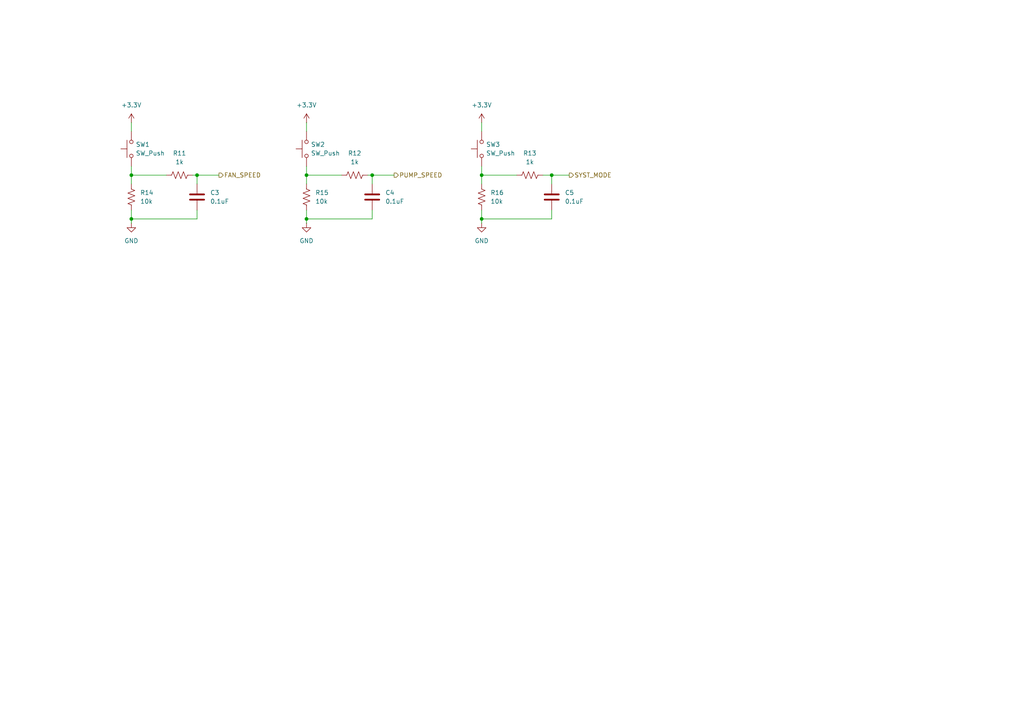
<source format=kicad_sch>
(kicad_sch (version 20231120) (generator "eeschema") (generator_version "8.0")
  (paper "A4")
  (lib_symbols
    (symbol "Device:C" (pin_numbers hide) (pin_names (offset 0.254))
      (property "Reference" "C" (at 0.635 2.54 0))
      (property "Value" "C" (at 0.635 -2.54 0))
      (symbol "C_0_1"
        (polyline (pts (xy -2.032 -0.762) (xy 2.032 -0.762)) (stroke (width 0.508)))
        (polyline (pts (xy -2.032 0.762) (xy 2.032 0.762)) (stroke (width 0.508)))
      )
      (symbol "C_1_1"
        (pin passive line (at 0 3.81 270) (length 2.794) (name "~") (number "1"))
        (pin passive line (at 0 -3.81 90) (length 2.794) (name "~") (number "2"))
      )
    )
    (symbol "Device:R_US" (pin_numbers hide) (pin_names (offset 0))
      (property "Reference" "R" (at 2.54 0 90))
      (property "Value" "R_US" (at -2.54 0 90))
      (symbol "R_US_0_1"
        (polyline (pts (xy 0 -2.286) (xy 0 -2.54)))
        (polyline (pts (xy 0 2.286) (xy 0 2.54)))
        (polyline (pts (xy 0 -0.762) (xy 1.016 -1.143) (xy 0 -1.524) (xy -1.016 -1.905) (xy 0 -2.286)))
        (polyline (pts (xy 0 0.762) (xy 1.016 0.381) (xy 0 0) (xy -1.016 -0.381) (xy 0 -0.762)))
        (polyline (pts (xy 0 2.286) (xy 1.016 1.905) (xy 0 1.524) (xy -1.016 1.143) (xy 0 0.762)))
      )
      (symbol "R_US_1_1"
        (pin passive line (at 0 3.81 270) (length 1.27) (name "~") (number "1"))
        (pin passive line (at 0 -3.81 90) (length 1.27) (name "~") (number "2"))
      )
    )
    (symbol "Switch:SW_Push" (pin_numbers hide) (pin_names (offset 1.016) hide)
      (property "Reference" "SW" (at 1.27 2.54 0))
      (property "Value" "SW_Push" (at 0 -1.524 0))
      (symbol "SW_Push_0_1"
        (circle (center -2.032 0) (radius 0.508))
        (polyline (pts (xy 0 1.27) (xy 0 3.048)))
        (polyline (pts (xy 2.54 1.27) (xy -2.54 1.27)))
        (circle (center 2.032 0) (radius 0.508))
        (pin passive line (at -5.08 0 0) (length 2.54) (name "1") (number "1"))
        (pin passive line (at 5.08 0 180) (length 2.54) (name "2") (number "2"))
      )
    )
    (symbol "power:GND" (power) (pin_numbers hide) (pin_names (offset 0) hide)
      (property "Value" "GND" (at 0 -3.81 0))
      (symbol "GND_0_1"
        (polyline (pts (xy 0 0) (xy 0 -1.27) (xy 1.27 -1.27) (xy 0 -2.54) (xy -1.27 -1.27) (xy 0 -1.27)))
      )
      (symbol "GND_1_1"
        (pin power_in line (at 0 0 270) (length 0) (name "~") (number "1"))
      )
    )
    (symbol "power:VDD" (power) (pin_numbers hide) (pin_names (offset 0) hide)
      (property "Value" "VDD" (at 0 3.556 0))
      (symbol "VDD_0_1"
        (polyline (pts (xy -0.762 1.27) (xy 0 2.54)))
        (polyline (pts (xy 0 0) (xy 0 2.54)))
        (polyline (pts (xy 0 2.54) (xy 0.762 1.27)))
      )
      (symbol "VDD_1_1"
        (pin power_in line (at 0 0 90) (length 0) (name "~") (number "1"))
      )
    )
  )
  (junction (at 57.15 50.8))
  (junction (at 38.1 50.8))
  (junction (at 160.02 50.8))
  (junction (at 107.95 50.8))
  (junction (at 139.7 50.8))
  (junction (at 139.7 63.5))
  (junction (at 88.9 63.5))
  (junction (at 38.1 63.5))
  (junction (at 88.9 50.8))
  (wire (pts (xy 57.15 63.5) (xy 38.1 63.5)))
  (wire (pts (xy 57.15 50.8) (xy 55.88 50.8)))
  (wire (pts (xy 107.95 50.8) (xy 107.95 53.34)))
  (wire (pts (xy 38.1 60.96) (xy 38.1 63.5)))
  (wire (pts (xy 88.9 50.8) (xy 99.06 50.8)))
  (wire (pts (xy 157.48 50.8) (xy 160.02 50.8)))
  (wire (pts (xy 88.9 63.5) (xy 88.9 64.77)))
  (wire (pts (xy 106.68 50.8) (xy 107.95 50.8)))
  (wire (pts (xy 38.1 35.56) (xy 38.1 38.1)))
  (wire (pts (xy 88.9 35.56) (xy 88.9 38.1)))
  (wire (pts (xy 139.7 60.96) (xy 139.7 63.5)))
  (wire (pts (xy 38.1 63.5) (xy 38.1 64.77)))
  (wire (pts (xy 107.95 60.96) (xy 107.95 63.5)))
  (wire (pts (xy 160.02 50.8) (xy 160.02 53.34)))
  (wire (pts (xy 139.7 63.5) (xy 160.02 63.5)))
  (wire (pts (xy 160.02 60.96) (xy 160.02 63.5)))
  (wire (pts (xy 88.9 48.26) (xy 88.9 50.8)))
  (wire (pts (xy 139.7 50.8) (xy 139.7 53.34)))
  (wire (pts (xy 107.95 63.5) (xy 88.9 63.5)))
  (wire (pts (xy 57.15 50.8) (xy 63.5 50.8)))
  (wire (pts (xy 139.7 50.8) (xy 149.86 50.8)))
  (wire (pts (xy 38.1 50.8) (xy 38.1 53.34)))
  (wire (pts (xy 38.1 48.26) (xy 38.1 50.8)))
  (wire (pts (xy 57.15 53.34) (xy 57.15 50.8)))
  (wire (pts (xy 160.02 50.8) (xy 165.1 50.8)))
  (wire (pts (xy 38.1 50.8) (xy 48.26 50.8)))
  (wire (pts (xy 88.9 60.96) (xy 88.9 63.5)))
  (wire (pts (xy 57.15 60.96) (xy 57.15 63.5)))
  (wire (pts (xy 139.7 35.56) (xy 139.7 38.1)))
  (wire (pts (xy 139.7 48.26) (xy 139.7 50.8)))
  (wire (pts (xy 139.7 63.5) (xy 139.7 64.77)))
  (wire (pts (xy 88.9 50.8) (xy 88.9 53.34)))
  (wire (pts (xy 107.95 50.8) (xy 114.3 50.8)))
  (hierarchical_label "SYST_MODE" (shape output) (at 165.1 50.8 0))
  (hierarchical_label "FAN_SPEED" (shape output) (at 63.5 50.8 0))
  (hierarchical_label "PUMP_SPEED" (shape output) (at 114.3 50.8 0))
  (symbol (lib_id "Switch:SW_Push") (at 88.9 43.18 90) (unit 1)
    (property "Reference" "SW2" (at 90.17 41.9099 90) (effects (justify right)))
    (property "Value" "SW_Push" (at 90.17 44.4499 90) (effects (justify right)))
    (property "Footprint" "PushButton:TL3305BF160QG" (effects (hide yes)))
    (property "Datasheet" "https://www.mouser.com/datasheet/2/140/E_Switch_TL3305-3483957.pdf" (effects (hide yes)))
    (property "Description" "Push button switch, generic, two pins" (effects (hide yes)))
  )
  (symbol (lib_id "power:GND") (at 88.9 64.77 0) (unit 1)
    (property "Reference" "#PWR024" (effects (hide yes)))
    (property "Value" "GND" (at 88.9 69.85 0))
    (property "Description" "Power symbol creates a global label with name \"GND\" , ground" (effects (hide yes)))
  )
  (symbol (lib_id "Device:C") (at 57.15 57.15 180) (unit 1)
    (property "Reference" "C3" (at 60.96 55.8799 0) (effects (justify right)))
    (property "Value" "0.1uF" (at 60.96 58.4199 0) (effects (justify right)))
    (property "Footprint" "Capacitor_SMD:C_0805_2012Metric" (effects (hide yes)))
    (property "P/N" "C0805C105K5PACTU" (effects (hide yes)))
  )
  (symbol (lib_id "power:VDD") (at 139.7 35.56 0) (unit 1)
    (property "Reference" "#PWR022" (effects (hide yes)))
    (property "Value" "+3.3V" (at 139.7 30.48 0))
    (property "Description" "Power symbol creates a global label with name \"VDD\"" (effects (hide yes)))
  )
  (symbol (lib_id "Device:R_US") (at 38.1 57.15 0) (unit 1)
    (property "Reference" "R14" (at 40.64 55.8799 0) (effects (justify left)))
    (property "Value" "10k" (at 40.64 58.4199 0) (effects (justify left)))
    (property "Footprint" "Resistor_SMD:R_0805_2012Metric" (effects (hide yes)))
    (property "Description" "Resistor, US symbol" (effects (hide yes)))
  )
  (symbol (lib_id "power:GND") (at 139.7 64.77 0) (unit 1)
    (property "Reference" "#PWR025" (effects (hide yes)))
    (property "Value" "GND" (at 139.7 69.85 0))
    (property "Description" "Power symbol creates a global label with name \"GND\" , ground" (effects (hide yes)))
  )
  (symbol (lib_id "power:VDD") (at 88.9 35.56 0) (unit 1)
    (property "Reference" "#PWR021" (effects (hide yes)))
    (property "Value" "+3.3V" (at 88.9 30.48 0))
    (property "Description" "Power symbol creates a global label with name \"VDD\"" (effects (hide yes)))
  )
  (symbol (lib_id "Device:R_US") (at 153.67 50.8 90) (unit 1)
    (property "Reference" "R13" (at 153.67 44.45 90))
    (property "Value" "1k" (at 153.67 46.99 90))
    (property "Footprint" "Resistor_SMD:R_0805_2012Metric" (effects (hide yes)))
    (property "Description" "Resistor, US symbol" (effects (hide yes)))
  )
  (symbol (lib_id "Device:R_US") (at 102.87 50.8 90) (unit 1)
    (property "Reference" "R12" (at 102.87 44.45 90))
    (property "Value" "1k" (at 102.87 46.99 90))
    (property "Footprint" "Resistor_SMD:R_0805_2012Metric" (effects (hide yes)))
    (property "Description" "Resistor, US symbol" (effects (hide yes)))
  )
  (symbol (lib_id "Switch:SW_Push") (at 38.1 43.18 90) (unit 1)
    (property "Reference" "SW1" (at 39.37 41.9099 90) (effects (justify right)))
    (property "Value" "SW_Push" (at 39.37 44.4499 90) (effects (justify right)))
    (property "Footprint" "PushButton:TL3305BF160QG" (effects (hide yes)))
    (property "Datasheet" "https://www.mouser.com/datasheet/2/140/E_Switch_TL3305-3483957.pdf" (effects (hide yes)))
    (property "Description" "Push button switch, generic, two pins" (effects (hide yes)))
    (property "Mouser#" "TL3305AF160QG" (effects (hide yes)))
  )
  (symbol (lib_id "Switch:SW_Push") (at 139.7 43.18 90) (unit 1)
    (property "Reference" "SW3" (at 140.97 41.9099 90) (effects (justify right)))
    (property "Value" "SW_Push" (at 140.97 44.4499 90) (effects (justify right)))
    (property "Footprint" "PushButton:TL3305BF160QG" (effects (hide yes)))
    (property "Datasheet" "https://www.mouser.com/datasheet/2/140/E_Switch_TL3305-3483957.pdf" (effects (hide yes)))
    (property "Description" "Push button switch, generic, two pins" (effects (hide yes)))
  )
  (symbol (lib_id "Device:C") (at 160.02 57.15 180) (unit 1)
    (property "Reference" "C5" (at 163.83 55.8799 0) (effects (justify right)))
    (property "Value" "0.1uF" (at 163.83 58.4199 0) (effects (justify right)))
    (property "Footprint" "Capacitor_SMD:C_0805_2012Metric" (effects (hide yes)))
    (property "P/N" "C0805C105K5PACTU" (effects (hide yes)))
  )
  (symbol (lib_id "Device:C") (at 107.95 57.15 180) (unit 1)
    (property "Reference" "C4" (at 111.76 55.8799 0) (effects (justify right)))
    (property "Value" "0.1uF" (at 111.76 58.4199 0) (effects (justify right)))
    (property "Footprint" "Capacitor_SMD:C_0805_2012Metric" (effects (hide yes)))
    (property "P/N" "C0805C105K5PACTU" (effects (hide yes)))
  )
  (symbol (lib_id "Device:R_US") (at 52.07 50.8 90) (unit 1)
    (property "Reference" "R11" (at 52.07 44.45 90))
    (property "Value" "1k" (at 52.07 46.99 90))
    (property "Footprint" "Resistor_SMD:R_0805_2012Metric" (effects (hide yes)))
    (property "Description" "Resistor, US symbol" (effects (hide yes)))
  )
  (symbol (lib_id "Device:R_US") (at 139.7 57.15 0) (unit 1)
    (property "Reference" "R16" (at 142.24 55.8799 0) (effects (justify left)))
    (property "Value" "10k" (at 142.24 58.4199 0) (effects (justify left)))
    (property "Footprint" "Resistor_SMD:R_0805_2012Metric" (effects (hide yes)))
    (property "Description" "Resistor, US symbol" (effects (hide yes)))
  )
  (symbol (lib_id "power:VDD") (at 38.1 35.56 0) (unit 1)
    (property "Reference" "#PWR020" (effects (hide yes)))
    (property "Value" "+3.3V" (at 38.1 30.48 0))
    (property "Description" "Power symbol creates a global label with name \"VDD\"" (effects (hide yes)))
  )
  (symbol (lib_id "Device:R_US") (at 88.9 57.15 0) (unit 1)
    (property "Reference" "R15" (at 91.44 55.8799 0) (effects (justify left)))
    (property "Value" "10k" (at 91.44 58.4199 0) (effects (justify left)))
    (property "Footprint" "Resistor_SMD:R_0805_2012Metric" (effects (hide yes)))
    (property "Description" "Resistor, US symbol" (effects (hide yes)))
  )
  (symbol (lib_id "power:GND") (at 38.1 64.77 0) (unit 1)
    (property "Reference" "#PWR023" (effects (hide yes)))
    (property "Value" "GND" (at 38.1 69.85 0))
    (property "Description" "Power symbol creates a global label with name \"GND\" , ground" (effects (hide yes)))
  )
)
</source>
